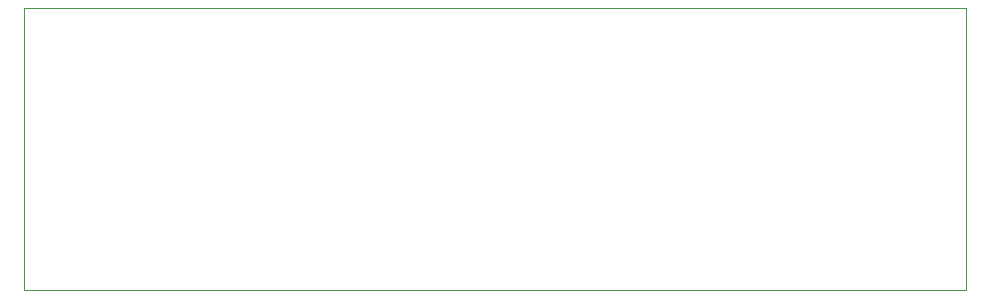
<source format=gbr>
G04 #@! TF.GenerationSoftware,KiCad,Pcbnew,5.1.5-52549c5~86~ubuntu19.10.1*
G04 #@! TF.CreationDate,2020-05-06T16:47:36-07:00*
G04 #@! TF.ProjectId,sdr,7364722e-6b69-4636-9164-5f7063625858,rev?*
G04 #@! TF.SameCoordinates,Original*
G04 #@! TF.FileFunction,Profile,NP*
%FSLAX46Y46*%
G04 Gerber Fmt 4.6, Leading zero omitted, Abs format (unit mm)*
G04 Created by KiCad (PCBNEW 5.1.5-52549c5~86~ubuntu19.10.1) date 2020-05-06 16:47:36*
%MOMM*%
%LPD*%
G04 APERTURE LIST*
%ADD10C,0.050000*%
G04 APERTURE END LIST*
D10*
X93980000Y-12192000D02*
X14224000Y-12192000D01*
X93980000Y-36068000D02*
X93980000Y-12192000D01*
X14224000Y-36068000D02*
X93980000Y-36068000D01*
X14224000Y-12192000D02*
X14224000Y-36068000D01*
M02*

</source>
